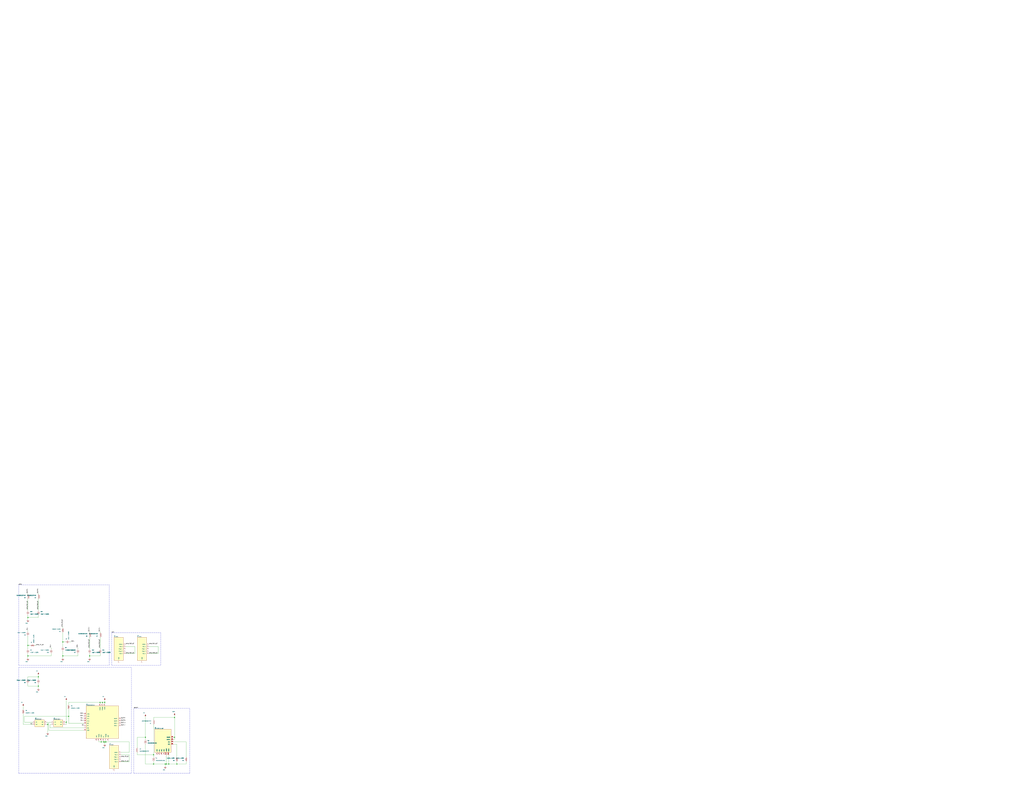
<source format=kicad_sch>
(kicad_sch (version 20211123) (generator eeschema)
  (paper "E")
  (lib_symbols
    (symbol "project_symbols:GND" (power) (pin_names (offset 1.016))
      (property "Value" "GND" (at -2.54 -3.81 0))
      (symbol "GND_1_0"
        (polyline (pts (xy -1.27 -1.27) (xy 1.27 -1.27)) (stroke (width 0.254)))
        (polyline (pts (xy -0.762 -1.778) (xy 0.762 -1.778)) (stroke (width 0.254)))
        (polyline (pts (xy -0.254 -2.286) (xy 0.254 -2.286)) (stroke (width 0.254)))
        (polyline (pts (xy 0 0) (xy 0 -1.27)) (stroke (width 0.127)))
        (pin power_in line (at 0 0 270) (length 0) (name "GND") (number "~"))
      )
    )
    (symbol "project_symbols:VBUS" (power) (pin_names (offset 1.016))
      (property "Value" "VBUS" (at -2.54 3.81 0))
      (symbol "VBUS_1_0"
        (polyline (pts (xy 0 0) (xy 0 0.635)) (stroke (width 0.127)))
        (polyline (pts (xy 0 1.905) (xy -0.635 0.635) (xy 0.635 0.635) (xy 0 1.905)) (fill (type outline)))
        (pin power_in line (at 0 0 90) (length 0) (name "VBUS") (number "~"))
      )
    )
    (symbol "project_symbols:VIN" (power) (pin_names (offset 1.016))
      (property "Value" "VIN" (at -2.54 3.81 0))
      (symbol "VIN_1_0"
        (polyline (pts (xy 0 0) (xy 0 0.635)) (stroke (width 0.127)))
        (polyline (pts (xy 0 1.905) (xy -0.635 0.635) (xy 0.635 0.635) (xy 0 1.905)) (fill (type outline)))
        (pin power_in line (at 0 0 90) (length 0) (name "VIN") (number "~"))
      )
    )
    (symbol "project_symbols:component" (pin_names (offset 1.016))
      (property "Reference" "U" (at -17.78 19.1516 0))
      (property "Value" "component" (at -17.78 18.0848 0))
      (symbol "component_1_0"
        (rectangle (start -17.78 -17.78) (end 17.78 17.78) (fill (type background)))
        (pin unspecified line (at -20.32 -3.81 0) (length 2.54) (name "G1") (number "1"))
        (pin unspecified line (at -6.35 -20.32 90) (length 2.54) (name "NC1") (number "10"))
        (pin unspecified line (at 20.32 3.81 180) (length 2.54) (name "OUTR-") (number "11"))
        (pin unspecified line (at -3.81 -20.32 90) (length 2.54) (name "PGND1") (number "12"))
        (pin unspecified line (at -2.54 20.32 270) (length 2.54) (name "PVDD1") (number "13"))
        (pin unspecified line (at 20.32 1.27 180) (length 2.54) (name "OUTR+") (number "14"))
        (pin unspecified line (at -20.32 -1.27 0) (length 2.54) (name "G0") (number "15"))
        (pin unspecified line (at -20.32 8.89 0) (length 2.54) (name "INR+") (number "16"))
        (pin unspecified line (at -20.32 6.35 0) (length 2.54) (name "INR-") (number "17"))
        (pin unspecified line (at -1.27 -20.32 90) (length 2.54) (name "AGND") (number "18"))
        (pin unspecified line (at -20.32 3.81 0) (length 2.54) (name "INL-") (number "19"))
        (pin unspecified line (at 20.32 -1.27 180) (length 2.54) (name "OUTL+") (number "2"))
        (pin unspecified line (at -20.32 1.27 0) (length 2.54) (name "INL+") (number "20"))
        (pin unspecified line (at 1.27 -20.32 90) (length 2.54) (name "EP") (number "21"))
        (pin unspecified line (at 0 20.32 270) (length 2.54) (name "PVDD0") (number "3"))
        (pin unspecified line (at 3.81 -20.32 90) (length 2.54) (name "PGND0") (number "4"))
        (pin unspecified line (at 20.32 -3.81 180) (length 2.54) (name "OUTL-") (number "5"))
        (pin unspecified line (at 6.35 -20.32 90) (length 2.54) (name "NC0") (number "6"))
        (pin unspecified line (at -20.32 -6.35 0) (length 2.54) (name "SDL") (number "7"))
        (pin unspecified line (at -20.32 -8.89 0) (length 2.54) (name "SDR") (number "8"))
        (pin unspecified line (at 2.54 20.32 270) (length 2.54) (name "AVDD") (number "9"))
      )
    )
    (symbol "project_symbols:component_1" (pin_names (offset 1.016))
      (property "Reference" "J" (at -5.08 14.0716 0))
      (property "Value" "component_1" (at -5.08 13.0048 0))
      (symbol "component_1_1_0"
        (rectangle (start -5.08 -12.7) (end 5.08 12.7) (fill (type background)))
        (pin unspecified line (at 7.62 5.08 180) (length 2.54) (name "sleeve") (number "1"))
        (pin unspecified line (at 7.62 2.54 180) (length 2.54) (name "tip-a") (number "2"))
        (pin unspecified line (at 7.62 0 180) (length 2.54) (name "ring-1") (number "3"))
        (pin unspecified line (at 7.62 -2.54 180) (length 2.54) (name "ring-2") (number "4"))
        (pin unspecified line (at 7.62 -5.08 180) (length 2.54) (name "tip-b") (number "5"))
        (pin unspecified line (at 0 -15.24 90) (length 0) (name "case") (number "6"))
        (pin unspecified line (at 0 -15.24 90) (length 2.54) (name "case") (number "7"))
      )
    )
    (symbol "project_symbols:component_2" (pin_names (offset 1.016))
      (property "Reference" "U" (at 2.54 1.27 0))
      (property "Value" "component_2" (at 2.54 -1.27 0))
      (symbol "component_2_1_0"
        (polyline (pts (xy -1.651 -0.9398) (xy -1.651 -1.4478)) (stroke (width 0.127)))
        (polyline (pts (xy -1.651 0) (xy -1.651 -0.508)) (stroke (width 0.127)))
        (polyline (pts (xy -1.651 0.9398) (xy -1.651 0.4318)) (stroke (width 0.127)))
        (polyline (pts (xy -1.651 1.905) (xy -1.651 1.397)) (stroke (width 0.127)))
        (polyline (pts (xy -1.397 -0.9398) (xy -1.397 -1.4478)) (stroke (width 0.127)))
        (polyline (pts (xy -1.397 0) (xy -1.397 -0.508)) (stroke (width 0.127)))
        (polyline (pts (xy -1.397 0.9398) (xy -1.397 0.4318)) (stroke (width 0.127)))
        (polyline (pts (xy -1.397 1.905) (xy -1.397 1.397)) (stroke (width 0.127)))
        (polyline (pts (xy 0 -2.54) (xy 0 -1.905)) (stroke (width 0.127)))
        (polyline (pts (xy 0 1.905) (xy 0 2.54)) (stroke (width 0.127)))
        (polyline (pts (xy 0 -0.635) (xy -0.2032 -0.6604) (xy -0.381 -0.762) (xy -0.508 -0.889) (xy -0.6096 -1.0668) (xy -0.635 -1.27) (xy -0.6096 -1.4732) (xy -0.508 -1.651) (xy -0.381 -1.778) (xy -0.2032 -1.8796) (xy 0 -1.905)) (stroke (width 0.254)))
        (polyline (pts (xy 0 0.635) (xy -0.2032 0.6096) (xy -0.381 0.508) (xy -0.508 0.381) (xy -0.6096 0.2032) (xy -0.635 0) (xy -0.6096 -0.2032) (xy -0.508 -0.381) (xy -0.381 -0.508) (xy -0.2032 -0.6096) (xy 0 -0.635)) (stroke (width 0.254)))
        (polyline (pts (xy 0 1.905) (xy -0.2032 1.8796) (xy -0.381 1.778) (xy -0.508 1.651) (xy -0.6096 1.4732) (xy -0.635 1.27) (xy -0.6096 1.0668) (xy -0.508 0.889) (xy -0.381 0.762) (xy -0.2032 0.6604) (xy 0 0.635)) (stroke (width 0.254)))
        (pin unspecified line (at 0 -2.54 90) (length 0) (name "1") (number "1"))
        (pin unspecified line (at 0 2.54 270) (length 0) (name "2") (number "2"))
      )
    )
    (symbol "project_symbols:component_3" (pin_names (offset 1.016))
      (property "Reference" "C" (at 2.54 1.27 0))
      (property "Value" "component_3" (at 2.54 -1.27 0))
      (symbol "component_3_1_0"
        (polyline (pts (xy -1.27 0.508) (xy 1.27 0.508)) (stroke (width 0.254)))
        (polyline (pts (xy 0 -0.508) (xy 0 -2.54)) (stroke (width 0.127)))
        (polyline (pts (xy 0 2.54) (xy 0 0.508)) (stroke (width 0.127)))
        (polyline (pts (xy 1.27 -0.9652) (xy 1.0414 -0.7874) (xy 0.8128 -0.6604) (xy 0.5334 -0.5842) (xy 0.2794 -0.5334) (xy 0 -0.508) (xy -0.2794 -0.5334) (xy -0.5334 -0.5842) (xy -0.8128 -0.6604) (xy -1.0414 -0.7874) (xy -1.27 -0.9652)) (stroke (width 0.254)))
        (text "+" (at 1.778 1.778 0) (effects (font (size 0.7112 0.7112))))
        (pin unspecified line (at 0 2.54 270) (length 0) (name "1") (number "1"))
        (pin unspecified line (at 0 -2.54 90) (length 0) (name "2") (number "2"))
      )
    )
    (symbol "project_symbols:component_4" (pin_names (offset 1.016))
      (property "Reference" "U" (at 2.54 1.27 0))
      (property "Value" "component_4" (at 2.54 -1.27 0))
      (symbol "component_4_1_0"
        (polyline (pts (xy 0 -2.54) (xy 0 -1.905)) (stroke (width 0.127)))
        (polyline (pts (xy 0 1.905) (xy 0 2.54)) (stroke (width 0.127)))
        (polyline (pts (xy 0 -0.635) (xy -0.2032 -0.6604) (xy -0.381 -0.762) (xy -0.508 -0.889) (xy -0.6096 -1.0668) (xy -0.635 -1.27) (xy -0.6096 -1.4732) (xy -0.508 -1.651) (xy -0.381 -1.778) (xy -0.2032 -1.8796) (xy 0 -1.905)) (stroke (width 0.254)))
        (polyline (pts (xy 0 0.635) (xy -0.2032 0.6096) (xy -0.381 0.508) (xy -0.508 0.381) (xy -0.6096 0.2032) (xy -0.635 0) (xy -0.6096 -0.2032) (xy -0.508 -0.381) (xy -0.381 -0.508) (xy -0.2032 -0.6096) (xy 0 -0.635)) (stroke (width 0.254)))
        (polyline (pts (xy 0 1.905) (xy -0.2032 1.8796) (xy -0.381 1.778) (xy -0.508 1.651) (xy -0.6096 1.4732) (xy -0.635 1.27) (xy -0.6096 1.0668) (xy -0.508 0.889) (xy -0.381 0.762) (xy -0.2032 0.6604) (xy 0 0.635)) (stroke (width 0.254)))
        (pin unspecified line (at 0 -2.54 90) (length 0) (name "1") (number "1"))
        (pin unspecified line (at 0 2.54 270) (length 0) (name "2") (number "2"))
      )
    )
    (symbol "project_symbols:component_5" (pin_names (offset 1.016))
      (property "Reference" "J" (at -8.89 14.0716 0))
      (property "Value" "component_5" (at -8.89 13.0048 0))
      (symbol "component_5_1_0"
        (rectangle (start -8.89 -12.7) (end 8.89 12.7) (fill (type background)))
        (pin unspecified line (at -6.35 -15.24 90) (length 2.54) (name "EP0") (number "1"))
        (pin unspecified line (at -3.81 -15.24 90) (length 2.54) (name "EP1") (number "2"))
        (pin unspecified line (at -1.27 -15.24 90) (length 2.54) (name "EP2") (number "3"))
        (pin unspecified line (at 1.27 -15.24 90) (length 2.54) (name "EP3") (number "4"))
        (pin unspecified line (at 3.81 -15.24 90) (length 2.54) (name "GND0") (number "A12"))
        (pin unspecified line (at 11.43 -1.27 180) (length 2.54) (name "CC1") (number "A5"))
        (pin unspecified line (at 11.43 3.81 180) (length 2.54) (name "VBUS0") (number "A9"))
        (pin unspecified line (at 6.35 -15.24 90) (length 2.54) (name "GND1") (number "B12"))
        (pin unspecified line (at 11.43 -3.81 180) (length 2.54) (name "CC2") (number "B5"))
        (pin unspecified line (at 11.43 1.27 180) (length 2.54) (name "VBUS1") (number "B9"))
      )
    )
    (symbol "project_symbols:component_6" (pin_names (offset 1.016))
      (property "Reference" "U" (at -5.08 5.1816 0))
      (property "Value" "component_6" (at -5.08 4.1148 0))
      (symbol "component_6_1_0"
        (rectangle (start -5.08 -3.81) (end 5.08 3.81) (fill (type background)))
        (pin unspecified line (at -7.62 1.27 0) (length 2.54) (name "A1") (number "1"))
        (pin unspecified line (at -7.62 -1.27 0) (length 2.54) (name "A2") (number "2"))
        (pin unspecified line (at 7.62 1.27 180) (length 2.54) (name "B2") (number "3"))
        (pin unspecified line (at 7.62 -1.27 180) (length 2.54) (name "B1") (number "4"))
      )
    )
    (symbol "project_symbols:my_capacitor" (pin_names (offset 1.016))
      (property "Reference" "C" (at 2.54 1.27 0))
      (property "Value" "my_capacitor" (at 2.54 -1.27 0))
      (symbol "my_capacitor_1_0"
        (polyline (pts (xy -1.27 -0.508) (xy 1.27 -0.508)) (stroke (width 0.254)))
        (polyline (pts (xy -1.27 0.508) (xy 1.27 0.508)) (stroke (width 0.254)))
        (polyline (pts (xy 0 -0.508) (xy 0 -2.54)) (stroke (width 0.127)))
        (polyline (pts (xy 0 2.54) (xy 0 0.508)) (stroke (width 0.127)))
        (pin unspecified line (at 0 2.54 270) (length 0) (name "1") (number "1"))
        (pin unspecified line (at 0 -2.54 90) (length 0) (name "2") (number "2"))
      )
    )
    (symbol "project_symbols:my_capacitor_1" (pin_names (offset 1.016))
      (property "Reference" "C" (at 2.54 1.27 0))
      (property "Value" "my_capacitor_1" (at 2.54 -1.27 0))
      (symbol "my_capacitor_1_1_0"
        (polyline (pts (xy -1.27 -0.508) (xy 1.27 -0.508)) (stroke (width 0.254)))
        (polyline (pts (xy -1.27 0.508) (xy 1.27 0.508)) (stroke (width 0.254)))
        (polyline (pts (xy 0 -0.508) (xy 0 -2.54)) (stroke (width 0.127)))
        (polyline (pts (xy 0 2.54) (xy 0 0.508)) (stroke (width 0.127)))
        (pin unspecified line (at 0 2.54 270) (length 0) (name "1") (number "1"))
        (pin unspecified line (at 0 -2.54 90) (length 0) (name "2") (number "2"))
      )
    )
    (symbol "project_symbols:my_capacitor_10" (pin_names (offset 1.016))
      (property "Reference" "C" (at 2.54 1.27 0))
      (property "Value" "my_capacitor_10" (at 2.54 -1.27 0))
      (symbol "my_capacitor_10_1_0"
        (polyline (pts (xy -1.27 -0.508) (xy 1.27 -0.508)) (stroke (width 0.254)))
        (polyline (pts (xy -1.27 0.508) (xy 1.27 0.508)) (stroke (width 0.254)))
        (polyline (pts (xy 0 -0.508) (xy 0 -2.54)) (stroke (width 0.127)))
        (polyline (pts (xy 0 2.54) (xy 0 0.508)) (stroke (width 0.127)))
        (pin unspecified line (at 0 2.54 270) (length 0) (name "1") (number "1"))
        (pin unspecified line (at 0 -2.54 90) (length 0) (name "2") (number "2"))
      )
    )
    (symbol "project_symbols:my_capacitor_11" (pin_names (offset 1.016))
      (property "Reference" "C" (at 2.54 1.27 0))
      (property "Value" "my_capacitor_11" (at 2.54 -1.27 0))
      (symbol "my_capacitor_11_1_0"
        (polyline (pts (xy -1.27 -0.508) (xy 1.27 -0.508)) (stroke (width 0.254)))
        (polyline (pts (xy -1.27 0.508) (xy 1.27 0.508)) (stroke (width 0.254)))
        (polyline (pts (xy 0 -0.508) (xy 0 -2.54)) (stroke (width 0.127)))
        (polyline (pts (xy 0 2.54) (xy 0 0.508)) (stroke (width 0.127)))
        (pin unspecified line (at 0 2.54 270) (length 0) (name "1") (number "1"))
        (pin unspecified line (at 0 -2.54 90) (length 0) (name "2") (number "2"))
      )
    )
    (symbol "project_symbols:my_capacitor_2" (pin_names (offset 1.016))
      (property "Reference" "C" (at 2.54 1.27 0))
      (property "Value" "my_capacitor_2" (at 2.54 -1.27 0))
      (symbol "my_capacitor_2_1_0"
        (polyline (pts (xy -1.27 -0.508) (xy 1.27 -0.508)) (stroke (width 0.254)))
        (polyline (pts (xy -1.27 0.508) (xy 1.27 0.508)) (stroke (width 0.254)))
        (polyline (pts (xy 0 -0.508) (xy 0 -2.54)) (stroke (width 0.127)))
        (polyline (pts (xy 0 2.54) (xy 0 0.508)) (stroke (width 0.127)))
        (pin unspecified line (at 0 2.54 270) (length 0) (name "1") (number "1"))
        (pin unspecified line (at 0 -2.54 90) (length 0) (name "2") (number "2"))
      )
    )
    (symbol "project_symbols:my_capacitor_3" (pin_names (offset 1.016))
      (property "Reference" "C" (at 2.54 1.27 0))
      (property "Value" "my_capacitor_3" (at 2.54 -1.27 0))
      (symbol "my_capacitor_3_1_0"
        (polyline (pts (xy -1.27 -0.508) (xy 1.27 -0.508)) (stroke (width 0.254)))
        (polyline (pts (xy -1.27 0.508) (xy 1.27 0.508)) (stroke (width 0.254)))
        (polyline (pts (xy 0 -0.508) (xy 0 -2.54)) (stroke (width 0.127)))
        (polyline (pts (xy 0 2.54) (xy 0 0.508)) (stroke (width 0.127)))
        (pin unspecified line (at 0 2.54 270) (length 0) (name "1") (number "1"))
        (pin unspecified line (at 0 -2.54 90) (length 0) (name "2") (number "2"))
      )
    )
    (symbol "project_symbols:my_capacitor_4" (pin_names (offset 1.016))
      (property "Reference" "C" (at 2.54 1.27 0))
      (property "Value" "my_capacitor_4" (at 2.54 -1.27 0))
      (symbol "my_capacitor_4_1_0"
        (polyline (pts (xy -1.27 -0.508) (xy 1.27 -0.508)) (stroke (width 0.254)))
        (polyline (pts (xy -1.27 0.508) (xy 1.27 0.508)) (stroke (width 0.254)))
        (polyline (pts (xy 0 -0.508) (xy 0 -2.54)) (stroke (width 0.127)))
        (polyline (pts (xy 0 2.54) (xy 0 0.508)) (stroke (width 0.127)))
        (pin unspecified line (at 0 2.54 270) (length 0) (name "1") (number "1"))
        (pin unspecified line (at 0 -2.54 90) (length 0) (name "2") (number "2"))
      )
    )
    (symbol "project_symbols:my_capacitor_5" (pin_names (offset 1.016))
      (property "Reference" "C" (at 2.54 1.27 0))
      (property "Value" "my_capacitor_5" (at 2.54 -1.27 0))
      (symbol "my_capacitor_5_1_0"
        (polyline (pts (xy -1.27 -0.508) (xy 1.27 -0.508)) (stroke (width 0.254)))
        (polyline (pts (xy -1.27 0.508) (xy 1.27 0.508)) (stroke (width 0.254)))
        (polyline (pts (xy 0 -0.508) (xy 0 -2.54)) (stroke (width 0.127)))
        (polyline (pts (xy 0 2.54) (xy 0 0.508)) (stroke (width 0.127)))
        (pin unspecified line (at 0 2.54 270) (length 0) (name "1") (number "1"))
        (pin unspecified line (at 0 -2.54 90) (length 0) (name "2") (number "2"))
      )
    )
    (symbol "project_symbols:my_capacitor_6" (pin_names (offset 1.016))
      (property "Reference" "C" (at 2.54 1.27 0))
      (property "Value" "my_capacitor_6" (at 2.54 -1.27 0))
      (symbol "my_capacitor_6_1_0"
        (polyline (pts (xy -1.27 -0.508) (xy 1.27 -0.508)) (stroke (width 0.254)))
        (polyline (pts (xy -1.27 0.508) (xy 1.27 0.508)) (stroke (width 0.254)))
        (polyline (pts (xy 0 -0.508) (xy 0 -2.54)) (stroke (width 0.127)))
        (polyline (pts (xy 0 2.54) (xy 0 0.508)) (stroke (width 0.127)))
        (pin unspecified line (at 0 2.54 270) (length 0) (name "1") (number "1"))
        (pin unspecified line (at 0 -2.54 90) (length 0) (name "2") (number "2"))
      )
    )
    (symbol "project_symbols:my_capacitor_7" (pin_names (offset 1.016))
      (property "Reference" "C" (at 2.54 1.27 0))
      (property "Value" "my_capacitor_7" (at 2.54 -1.27 0))
      (symbol "my_capacitor_7_1_0"
        (polyline (pts (xy -1.27 -0.508) (xy 1.27 -0.508)) (stroke (width 0.254)))
        (polyline (pts (xy -1.27 0.508) (xy 1.27 0.508)) (stroke (width 0.254)))
        (polyline (pts (xy 0 -0.508) (xy 0 -2.54)) (stroke (width 0.127)))
        (polyline (pts (xy 0 2.54) (xy 0 0.508)) (stroke (width 0.127)))
        (pin unspecified line (at 0 2.54 270) (length 0) (name "1") (number "1"))
        (pin unspecified line (at 0 -2.54 90) (length 0) (name "2") (number "2"))
      )
    )
    (symbol "project_symbols:my_capacitor_8" (pin_names (offset 1.016))
      (property "Reference" "C" (at 2.54 1.27 0))
      (property "Value" "my_capacitor_8" (at 2.54 -1.27 0))
      (symbol "my_capacitor_8_1_0"
        (polyline (pts (xy -1.27 -0.508) (xy 1.27 -0.508)) (stroke (width 0.254)))
        (polyline (pts (xy -1.27 0.508) (xy 1.27 0.508)) (stroke (width 0.254)))
        (polyline (pts (xy 0 -0.508) (xy 0 -2.54)) (stroke (width 0.127)))
        (polyline (pts (xy 0 2.54) (xy 0 0.508)) (stroke (width 0.127)))
        (pin unspecified line (at 0 2.54 270) (length 0) (name "1") (number "1"))
        (pin unspecified line (at 0 -2.54 90) (length 0) (name "2") (number "2"))
      )
    )
    (symbol "project_symbols:my_capacitor_9" (pin_names (offset 1.016))
      (property "Reference" "C" (at 2.54 1.27 0))
      (property "Value" "my_capacitor_9" (at 2.54 -1.27 0))
      (symbol "my_capacitor_9_1_0"
        (polyline (pts (xy -1.27 -0.508) (xy 1.27 -0.508)) (stroke (width 0.254)))
        (polyline (pts (xy -1.27 0.508) (xy 1.27 0.508)) (stroke (width 0.254)))
        (polyline (pts (xy 0 -0.508) (xy 0 -2.54)) (stroke (width 0.127)))
        (polyline (pts (xy 0 2.54) (xy 0 0.508)) (stroke (width 0.127)))
        (pin unspecified line (at 0 2.54 270) (length 0) (name "1") (number "1"))
        (pin unspecified line (at 0 -2.54 90) (length 0) (name "2") (number "2"))
      )
    )
    (symbol "project_symbols:my_resistor" (pin_names (offset 1.016))
      (property "Reference" "R" (at 2.54 1.27 0))
      (property "Value" "my_resistor" (at 2.54 -1.27 0))
      (symbol "my_resistor_1_0"
        (polyline (pts (xy 0 -2.54) (xy 0 -1.5748)) (stroke (width 0.127)))
        (polyline (pts (xy 0 1.5748) (xy 0 2.54)) (stroke (width 0.127)))
        (polyline (pts (xy 0 -1.5748) (xy -0.762 -1.27) (xy 0.762 -0.635) (xy -0.762 0) (xy 0.762 0.635) (xy -0.762 1.27) (xy 0 1.5748)) (stroke (width 0.254)))
        (pin unspecified line (at 0 -2.54 90) (length 0) (name "1") (number "1"))
        (pin unspecified line (at 0 2.54 270) (length 0) (name "2") (number "2"))
      )
    )
    (symbol "project_symbols:my_resistor_1" (pin_names (offset 1.016))
      (property "Reference" "R" (at 2.54 1.27 0))
      (property "Value" "my_resistor_1" (at 2.54 -1.27 0))
      (symbol "my_resistor_1_1_0"
        (polyline (pts (xy 0 -2.54) (xy 0 -1.5748)) (stroke (width 0.127)))
        (polyline (pts (xy 0 1.5748) (xy 0 2.54)) (stroke (width 0.127)))
        (polyline (pts (xy 0 -1.5748) (xy -0.762 -1.27) (xy 0.762 -0.635) (xy -0.762 0) (xy 0.762 0.635) (xy -0.762 1.27) (xy 0 1.5748)) (stroke (width 0.254)))
        (pin unspecified line (at 0 -2.54 90) (length 0) (name "1") (number "1"))
        (pin unspecified line (at 0 2.54 270) (length 0) (name "2") (number "2"))
      )
    )
    (symbol "project_symbols:my_resistor_2" (pin_names (offset 1.016))
      (property "Reference" "R" (at 2.54 1.27 0))
      (property "Value" "my_resistor_2" (at 2.54 -1.27 0))
      (symbol "my_resistor_2_1_0"
        (polyline (pts (xy 0 -2.54) (xy 0 -1.5748)) (stroke (width 0.127)))
        (polyline (pts (xy 0 1.5748) (xy 0 2.54)) (stroke (width 0.127)))
        (polyline (pts (xy 0 -1.5748) (xy -0.762 -1.27) (xy 0.762 -0.635) (xy -0.762 0) (xy 0.762 0.635) (xy -0.762 1.27) (xy 0 1.5748)) (stroke (width 0.254)))
        (pin unspecified line (at 0 -2.54 90) (length 0) (name "1") (number "1"))
        (pin unspecified line (at 0 2.54 270) (length 0) (name "2") (number "2"))
      )
    )
    (symbol "project_symbols:my_resistor_3" (pin_names (offset 1.016))
      (property "Reference" "R" (at 2.54 1.27 0))
      (property "Value" "my_resistor_3" (at 2.54 -1.27 0))
      (symbol "my_resistor_3_1_0"
        (polyline (pts (xy 0 -2.54) (xy 0 -1.5748)) (stroke (width 0.127)))
        (polyline (pts (xy 0 1.5748) (xy 0 2.54)) (stroke (width 0.127)))
        (polyline (pts (xy 0 -1.5748) (xy -0.762 -1.27) (xy 0.762 -0.635) (xy -0.762 0) (xy 0.762 0.635) (xy -0.762 1.27) (xy 0 1.5748)) (stroke (width 0.254)))
        (pin unspecified line (at 0 -2.54 90) (length 0) (name "1") (number "1"))
        (pin unspecified line (at 0 2.54 270) (length 0) (name "2") (number "2"))
      )
    )
    (symbol "project_symbols:my_resistor_4" (pin_names (offset 1.016))
      (property "Reference" "R" (at 2.54 1.27 0))
      (property "Value" "my_resistor_4" (at 2.54 -1.27 0))
      (symbol "my_resistor_4_1_0"
        (polyline (pts (xy 0 -2.54) (xy 0 -1.5748)) (stroke (width 0.127)))
        (polyline (pts (xy 0 1.5748) (xy 0 2.54)) (stroke (width 0.127)))
        (polyline (pts (xy 0 -1.5748) (xy -0.762 -1.27) (xy 0.762 -0.635) (xy -0.762 0) (xy 0.762 0.635) (xy -0.762 1.27) (xy 0 1.5748)) (stroke (width 0.254)))
        (pin unspecified line (at 0 -2.54 90) (length 0) (name "1") (number "1"))
        (pin unspecified line (at 0 2.54 270) (length 0) (name "2") (number "2"))
      )
    )
  )
  (junction (at 167.64 834.39))
  (junction (at 109.22 767.08))
  (junction (at 111.76 767.08))
  (junction (at 180.34 834.39))
  (junction (at 167.64 824.23))
  (junction (at 114.3 767.08))
  (junction (at 72.39 788.67))
  (junction (at 52.07 791.21))
  (junction (at 110.49 810.26))
  (junction (at 158.75 805.18))
  (junction (at 114.3 810.26))
  (junction (at 190.5 805.18))
  (junction (at 190.5 783.59))
  (junction (at 97.79 716.28))
  (junction (at 41.91 739.14))
  (junction (at 181.61 834.39))
  (junction (at 115.57 810.26))
  (junction (at 41.91 749.3))
  (junction (at 30.48 704.85))
  (junction (at 68.58 716.28))
  (junction (at 30.48 674.37))
  (junction (at 193.04 834.39))
  (junction (at 113.03 810.26))
  (junction (at 74.93 782.32))
  (junction (at 184.15 834.39))
  (junction (at 30.48 716.28))
  (junction (at 68.58 701.04))
  (wire (pts (xy 25.4 770.89) (xy 25.4 774.7)))
  (wire (pts (xy 72.39 791.21) (xy 72.39 788.67)))
  (wire (pts (xy 30.48 713.74) (xy 30.48 716.28)))
  (wire (pts (xy 115.57 810.26) (xy 140.97 810.26)))
  (wire (pts (xy 30.48 716.28) (xy 55.88 716.28)))
  (wire (pts (xy 68.58 716.28) (xy 68.58 718.82)))
  (polyline (pts (xy 119.38 726.44) (xy 119.38 638.81)))
  (wire (pts (xy 30.48 739.14) (xy 41.91 739.14)))
  (polyline (pts (xy 20.32 726.44) (xy 119.38 726.44)))
  (wire (pts (xy 55.88 708.66) (xy 55.88 707.39)))
  (wire (pts (xy 149.86 821.69) (xy 149.86 824.23)))
  (wire (pts (xy 52.07 791.21) (xy 52.07 800.1)))
  (wire (pts (xy 184.15 834.39) (xy 193.04 834.39)))
  (wire (pts (xy 53.34 788.67) (xy 55.88 788.67)))
  (wire (pts (xy 26.67 782.32) (xy 74.93 782.32)))
  (wire (pts (xy 132.08 821.69) (xy 140.97 821.69)))
  (wire (pts (xy 109.22 690.88) (xy 109.22 689.61)))
  (wire (pts (xy 115.57 810.26) (xy 115.57 808.99)))
  (wire (pts (xy 74.93 774.7) (xy 74.93 782.32)))
  (wire (pts (xy 30.48 749.3) (xy 41.91 749.3)))
  (wire (pts (xy 162.56 706.12) (xy 172.72 706.12)))
  (polyline (pts (xy 146.05 773.43) (xy 207.01 773.43)))
  (polyline (pts (xy 20.32 844.55) (xy 143.51 844.55)))
  (wire (pts (xy 68.58 690.88) (xy 68.58 701.04)))
  (wire (pts (xy 26.67 788.67) (xy 26.67 782.32)))
  (wire (pts (xy 167.64 783.59) (xy 167.64 786.13)))
  (wire (pts (xy 74.93 767.08) (xy 74.93 769.62)))
  (polyline (pts (xy 20.32 638.81) (xy 119.38 638.81)))
  (polyline (pts (xy 20.32 728.98) (xy 143.51 728.98)))
  (wire (pts (xy 193.04 831.85) (xy 193.04 834.39)))
  (wire (pts (xy 180.34 834.39) (xy 181.61 834.39)))
  (wire (pts (xy 158.75 805.18) (xy 158.75 807.72)))
  (wire (pts (xy 109.22 767.08) (xy 111.76 767.08)))
  (wire (pts (xy 30.48 739.14) (xy 30.48 741.68)))
  (wire (pts (xy 41.91 654.05) (xy 41.91 666.75)))
  (wire (pts (xy 114.3 810.26) (xy 114.3 812.8)))
  (wire (pts (xy 68.58 685.8) (xy 68.58 684.53)))
  (wire (pts (xy 30.48 671.83) (xy 30.48 674.37)))
  (wire (pts (xy 26.67 788.67) (xy 35.56 788.67)))
  (wire (pts (xy 107.95 810.26) (xy 107.95 808.99)))
  (wire (pts (xy 41.91 746.76) (xy 41.91 749.3)))
  (wire (pts (xy 181.61 834.39) (xy 181.61 824.23)))
  (wire (pts (xy 132.08 831.85) (xy 140.97 831.85)))
  (polyline (pts (xy 20.32 844.55) (xy 20.32 728.98)))
  (wire (pts (xy 97.79 695.96) (xy 97.79 708.66)))
  (wire (pts (xy 41.91 736.6) (xy 41.91 739.14)))
  (wire (pts (xy 30.48 689.61) (xy 30.48 688.34)))
  (wire (pts (xy 41.91 671.83) (xy 41.91 674.37)))
  (wire (pts (xy 189.23 810.26) (xy 203.2 810.26)))
  (wire (pts (xy 190.5 781.05) (xy 190.5 783.59)))
  (wire (pts (xy 111.76 768.35) (xy 111.76 767.08)))
  (wire (pts (xy 55.88 713.74) (xy 55.88 716.28)))
  (wire (pts (xy 193.04 812.8) (xy 193.04 826.77)))
  (wire (pts (xy 68.58 711.2) (xy 68.58 716.28)))
  (wire (pts (xy 74.93 789.94) (xy 74.93 782.32)))
  (wire (pts (xy 74.93 767.08) (xy 109.22 767.08)))
  (wire (pts (xy 97.79 713.74) (xy 97.79 716.28)))
  (wire (pts (xy 50.8 788.67) (xy 52.07 788.67)))
  (wire (pts (xy 172.72 713.74) (xy 172.72 706.12)))
  (wire (pts (xy 109.22 713.74) (xy 109.22 716.28)))
  (wire (pts (xy 193.04 834.39) (xy 203.2 834.39)))
  (wire (pts (xy 167.64 834.39) (xy 180.34 834.39)))
  (wire (pts (xy 167.64 791.21) (xy 167.64 824.23)))
  (wire (pts (xy 53.34 797.56) (xy 91.44 797.56)))
  (wire (pts (xy 140.97 821.69) (xy 140.97 810.26)))
  (wire (pts (xy 203.2 810.26) (xy 203.2 826.77)))
  (wire (pts (xy 72.39 764.54) (xy 72.39 788.67)))
  (wire (pts (xy 137.16 706.12) (xy 147.32 706.12)))
  (wire (pts (xy 167.64 824.23) (xy 167.64 826.77)))
  (wire (pts (xy 184.15 834.39) (xy 184.15 824.23)))
  (wire (pts (xy 167.64 783.59) (xy 190.5 783.59)))
  (wire (pts (xy 68.58 701.04) (xy 71.12 701.04)))
  (wire (pts (xy 113.03 810.26) (xy 113.03 808.99)))
  (wire (pts (xy 25.4 779.78) (xy 25.4 791.21)))
  (wire (pts (xy 41.91 749.3) (xy 41.91 751.84)))
  (wire (pts (xy 114.3 810.26) (xy 115.57 810.26)))
  (wire (pts (xy 167.64 831.85) (xy 167.64 834.39)))
  (wire (pts (xy 30.48 704.85) (xy 30.48 708.66)))
  (wire (pts (xy 162.56 713.74) (xy 172.72 713.74)))
  (wire (pts (xy 71.12 788.67) (xy 72.39 788.67)))
  (wire (pts (xy 30.48 654.05) (xy 30.48 666.75)))
  (wire (pts (xy 147.32 713.74) (xy 147.32 706.12)))
  (wire (pts (xy 111.76 767.08) (xy 114.3 767.08)))
  (wire (pts (xy 30.48 674.37) (xy 30.48 676.91)))
  (wire (pts (xy 113.03 810.26) (xy 114.3 810.26)))
  (wire (pts (xy 203.2 831.85) (xy 203.2 834.39)))
  (wire (pts (xy 110.49 810.26) (xy 110.49 808.99)))
  (wire (pts (xy 85.09 708.66) (xy 85.09 707.39)))
  (wire (pts (xy 68.58 716.28) (xy 85.09 716.28)))
  (wire (pts (xy 30.48 704.85) (xy 33.02 704.85)))
  (wire (pts (xy 54.61 795.02) (xy 54.61 791.21)))
  (wire (pts (xy 149.86 824.23) (xy 167.64 824.23)))
  (wire (pts (xy 149.86 805.18) (xy 158.75 805.18)))
  (wire (pts (xy 30.48 716.28) (xy 30.48 718.82)))
  (wire (pts (xy 30.48 648.97) (xy 30.48 647.7)))
  (wire (pts (xy 52.07 791.21) (xy 52.07 788.67)))
  (polyline (pts (xy 20.32 726.44) (xy 20.32 638.81)))
  (wire (pts (xy 97.79 716.28) (xy 97.79 718.82)))
  (wire (pts (xy 114.3 768.35) (xy 114.3 767.08)))
  (wire (pts (xy 158.75 782.32) (xy 158.75 805.18)))
  (wire (pts (xy 85.09 713.74) (xy 85.09 716.28)))
  (wire (pts (xy 41.91 739.14) (xy 41.91 741.68)))
  (wire (pts (xy 140.97 831.85) (xy 140.97 824.23)))
  (polyline (pts (xy 175.26 726.44) (xy 175.26 690.88)))
  (polyline (pts (xy 121.92 726.44) (xy 121.92 690.88)))
  (wire (pts (xy 181.61 834.39) (xy 184.15 834.39)))
  (wire (pts (xy 158.75 834.39) (xy 167.64 834.39)))
  (wire (pts (xy 107.95 810.26) (xy 110.49 810.26)))
  (wire (pts (xy 189.23 812.8) (xy 193.04 812.8)))
  (wire (pts (xy 97.79 690.88) (xy 97.79 689.61)))
  (wire (pts (xy 38.1 704.85) (xy 39.37 704.85)))
  (polyline (pts (xy 121.92 690.88) (xy 175.26 690.88)))
  (wire (pts (xy 68.58 701.04) (xy 68.58 706.12)))
  (wire (pts (xy 114.3 764.54) (xy 114.3 767.08)))
  (wire (pts (xy 132.08 824.23) (xy 140.97 824.23)))
  (wire (pts (xy 54.61 791.21) (xy 55.88 791.21)))
  (wire (pts (xy 109.22 768.35) (xy 109.22 767.08)))
  (polyline (pts (xy 146.05 844.55) (xy 146.05 773.43)))
  (polyline (pts (xy 146.05 844.55) (xy 207.01 844.55)))
  (wire (pts (xy 190.5 805.18) (xy 190.5 783.59)))
  (wire (pts (xy 30.48 694.69) (xy 30.48 704.85)))
  (wire (pts (xy 109.22 695.96) (xy 109.22 708.66)))
  (polyline (pts (xy 207.01 844.55) (xy 207.01 773.43)))
  (wire (pts (xy 137.16 713.74) (xy 147.32 713.74)))
  (wire (pts (xy 190.5 807.72) (xy 190.5 805.18)))
  (wire (pts (xy 53.34 797.56) (xy 53.34 788.67)))
  (wire (pts (xy 76.2 701.04) (xy 77.47 701.04)))
  (wire (pts (xy 189.23 807.72) (xy 190.5 807.72)))
  (wire (pts (xy 158.75 812.8) (xy 158.75 834.39)))
  (wire (pts (xy 180.34 834.39) (xy 180.34 836.93)))
  (wire (pts (xy 50.8 791.21) (xy 52.07 791.21)))
  (wire (pts (xy 71.12 791.21) (xy 72.39 791.21)))
  (wire (pts (xy 25.4 791.21) (xy 35.56 791.21)))
  (wire (pts (xy 189.23 805.18) (xy 190.5 805.18)))
  (wire (pts (xy 54.61 795.02) (xy 91.44 795.02)))
  (wire (pts (xy 41.91 648.97) (xy 41.91 647.7)))
  (polyline (pts (xy 121.92 726.44) (xy 175.26 726.44)))
  (wire (pts (xy 30.48 674.37) (xy 41.91 674.37)))
  (wire (pts (xy 74.93 789.94) (xy 91.44 789.94)))
  (wire (pts (xy 110.49 810.26) (xy 113.03 810.26)))
  (wire (pts (xy 30.48 746.76) (xy 30.48 749.3)))
  (wire (pts (xy 97.79 716.28) (xy 109.22 716.28)))
  (polyline (pts (xy 143.51 844.55) (xy 143.51 728.98)))
  (wire (pts (xy 149.86 805.18) (xy 149.86 816.61)))
  (label "INL-" (at 91.44 784.86 180) (effects (font (size 1.016 1.016))))
  (label "INL+" (at 91.44 787.4 180) (effects (font (size 1.016 1.016))))
  (label "G1" (at 91.44 792.48 180) (effects (font (size 1.016 1.016))))
  (label "amp" (at 20.32 638.81 0) (effects (font (size 1.016 1.016))))
  (label "OUTR+" (at 41.91 647.7 90) (effects (font (size 1.016 1.016))))
  (label "amp_fb2_p2" (at 137.16 713.74 0) (effects (font (size 1.016 1.016))))
  (label "INL+" (at 55.88 707.39 90) (effects (font (size 1.016 1.016))))
  (label "OUTL-" (at 109.22 689.61 90) (effects (font (size 1.016 1.016))))
  (label "OUTR-" (at 132.08 784.86 0) (effects (font (size 1.016 1.016))))
  (label "INR-" (at 91.44 782.32 180) (effects (font (size 1.016 1.016))))
  (label "amp_fb2_p2" (at 97.79 707.39 90) (effects (font (size 1.016 1.016))))
  (label "G1" (at 35.56 791.21 180) (effects (font (size 1.016 1.016))))
  (label "amp_fb3_p2" (at 137.16 703.58 0) (effects (font (size 1.016 1.016))))
  (label "power" (at 146.05 773.43 0) (effects (font (size 1.016 1.016))))
  (label "OUTL-" (at 132.08 792.48 0) (effects (font (size 1.016 1.016))))
  (label "amp_fb0_p2" (at 162.56 713.74 0) (effects (font (size 1.016 1.016))))
  (label "amp_r0_p1" (at 68.58 684.53 90) (effects (font (size 1.016 1.016))))
  (label "amp_fb3_p2" (at 109.22 707.39 90) (effects (font (size 1.016 1.016))))
  (label "amp_fb1_p2" (at 30.48 665.48 90) (effects (font (size 1.016 1.016))))
  (label "INR-" (at 77.47 701.04 0) (effects (font (size 1.016 1.016))))
  (label "INR+" (at 91.44 779.78 180) (effects (font (size 1.016 1.016))))
  (label "OUTR-" (at 30.48 647.7 90) (effects (font (size 1.016 1.016))))
  (label "OUTR+" (at 132.08 787.4 0) (effects (font (size 1.016 1.016))))
  (label "amp_r1_p1" (at 132.08 831.85 0) (effects (font (size 1.016 1.016))))
  (label "OUTL+" (at 132.08 789.94 0) (effects (font (size 1.016 1.016))))
  (label "out" (at 121.92 690.88 0) (effects (font (size 1.016 1.016))))
  (label "amp_fb0_p2" (at 41.91 665.48 90) (effects (font (size 1.016 1.016))))
  (label "amp_r1_p1" (at 39.37 704.85 0) (effects (font (size 1.016 1.016))))
  (label "OUTL+" (at 97.79 689.61 90) (effects (font (size 1.016 1.016))))
  (label "INL-" (at 30.48 688.34 90) (effects (font (size 1.016 1.016))))
  (label "amp_r0_p1" (at 132.08 826.77 0) (effects (font (size 1.016 1.016))))
  (label "amp_fb1_p2" (at 162.56 703.58 0) (effects (font (size 1.016 1.016))))
  (label "INR+" (at 85.09 707.39 90) (effects (font (size 1.016 1.016))))
  (symbol (lib_id "project_symbols:my_capacitor_3") (at 97.79 711.2 0) (unit 1)
    (property "Reference" "C13" (at 100.33 709.93 0) (effects (font (size 0.7112 0.7112)) (justify left)))
    (property "Value" "1.0μF ± 10.00%" (at 100.33 712.47 0) (effects (font (size 0.7112 0.7112)) (justify left)))
    (property "Footprint" "trs-speaker:ipc_two_pin_landpattern" (effects hide))
    (property "Capacitance" "1.0μF ± 10.00%" (effects hide))
    (property "Tolerance" "10.0%" (effects hide))
    (property "Maximum Voltage" "16.0V" (effects hide))
    (property "MPN" "0603BB105K160YT" (effects hide))
    (property "Manufacturer" "Knowles Novacap" (effects hide))
  )
  (symbol (lib_id "project_symbols:my_capacitor_6") (at 73.66 701.04 90) (unit 1)
    (property "Reference" "C5" (at 72.39 698.5 0) (effects (font (size 0.7112 0.7112)) (justify left)))
    (property "Value" "1.0μF ± 10.00%" (at 74.93 698.5 0) (effects (font (size 0.7112 0.7112)) (justify left)))
    (property "Footprint" "trs-speaker:ipc_two_pin_landpattern" (effects hide))
    (property "Capacitance" "1.0μF ± 10.00%" (effects hide))
    (property "Tolerance" "10.0%" (effects hide))
    (property "Maximum Voltage" "16.0V" (effects hide))
    (property "MPN" "0603BB105K160YT" (effects hide))
    (property "Manufacturer" "Knowles Novacap" (effects hide))
  )
  (symbol (lib_id "project_symbols:component_2") (at 109.22 693.42 180) (unit 1)
    (property "Reference" "U7" (at 106.68 694.69 0) (effects (font (size 0.7112 0.7112)) (justify left)))
    (property "Value" "BLM18KG121TN1D" (at 106.68 692.15 0) (effects (font (size 0.7112 0.7112)) (justify left)))
    (property "Footprint" "trs-speaker:C85831_13" (effects hide))
    (property "MPN" "BLM18KG121TN1D" (effects hide))
    (property "Manufacturer" "Murata Electronics" (effects hide))
  )
  (symbol (lib_id "project_symbols:my_resistor_1") (at 35.56 704.85 90) (unit 1)
    (property "Reference" "R4" (at 34.29 702.31 0) (effects (font (size 0.7112 0.7112)) (justify left)))
    (property "Value" "100.0Ω ± 0.10%" (at 36.83 702.31 0) (effects (font (size 0.7112 0.7112)) (justify left)))
    (property "Footprint" "trs-speaker:ipc_two_pin_landpattern_5" (effects hide))
    (property "Resistance" "100.0Ω ± 0.10%" (effects hide))
    (property "Tolerance" "0.1%" (effects hide))
    (property "Maximum Power" "0.063W" (effects hide))
    (property "MPN" "RT0402BRD07100RL" (effects hide))
    (property "Manufacturer" "YAGEO" (effects hide))
  )
  (symbol (lib_id "project_symbols:my_capacitor_9") (at 68.58 708.66 0) (unit 1)
    (property "Reference" "C6" (at 71.12 707.39 0) (effects (font (size 0.7112 0.7112)) (justify left)))
    (property "Value" "47.0nF ± 5.00%" (at 71.12 709.93 0) (effects (font (size 0.7112 0.7112)) (justify left)))
    (property "Footprint" "trs-speaker:ipc_two_pin_landpattern_1" (effects hide))
    (property "Capacitance" "47.0nF ± 5.00%" (effects hide))
    (property "Tolerance" "5.0%" (effects hide))
    (property "Maximum Voltage" "25.0V" (effects hide))
    (property "MPN" "C0805C473J3GACAUTO" (effects hide))
    (property "Manufacturer" "KEMET" (effects hide))
  )
  (symbol (lib_id "project_symbols:VIN") (at 114.3 764.54 0) (unit 1)
    (property "Reference" "#PWR?" (effects hide))
    (property "Value" "VIN" (at 111.76 760.73 0) (effects (font (size 0.7112 0.7112)) (justify left)))
  )
  (symbol (lib_id "project_symbols:my_capacitor_11") (at 41.91 744.22 180) (unit 1)
    (property "Reference" "C4" (at 39.37 745.49 0) (effects (font (size 0.7112 0.7112)) (justify left)))
    (property "Value" "22.0μF ± 20.00%" (at 39.37 742.95 0) (effects (font (size 0.7112 0.7112)) (justify left)))
    (property "Footprint" "trs-speaker:ipc_two_pin_landpattern_3" (effects hide))
    (property "Capacitance" "22.0μF ± 20.00%" (effects hide))
    (property "Tolerance" "20.0%" (effects hide))
    (property "Maximum Voltage" "16.0V" (effects hide))
    (property "MPN" "CL10A226MO7JZNC" (effects hide))
    (property "Manufacturer" "Samsung Electro-Mechanics" (effects hide))
  )
  (symbol (lib_id "project_symbols:GND") (at 97.79 718.82 0) (unit 1)
    (property "Reference" "#PWR?" (effects hide))
    (property "Value" "GND" (at 95.25 722.63 0) (effects (font (size 0.7112 0.7112)) (justify left)))
  )
  (symbol (lib_id "project_symbols:component") (at 111.76 788.67 0) (unit 1)
    (property "Reference" "U3" (at 93.98 769.5184 0) (effects (font (size 0.762 0.762)) (justify left bottom)))
    (property "Value" "TPA2012D2RTJR" (at 93.98 770.5852 0) (effects (font (size 0.762 0.762)) (justify left bottom)))
    (property "Footprint" "trs-speaker:tpa2012" (effects hide))
    (property "MPN" "TPA2012D2RTJR" (effects hide))
    (property "Manufacturer" "Texas Instruments" (effects hide))
  )
  (symbol (lib_id "project_symbols:my_resistor_1") (at 68.58 688.34 180) (unit 1)
    (property "Reference" "R3" (at 66.04 689.61 0) (effects (font (size 0.7112 0.7112)) (justify left)))
    (property "Value" "100.0Ω ± 0.10%" (at 66.04 687.07 0) (effects (font (size 0.7112 0.7112)) (justify left)))
    (property "Footprint" "trs-speaker:ipc_two_pin_landpattern_5" (effects hide))
    (property "Resistance" "100.0Ω ± 0.10%" (effects hide))
    (property "Tolerance" "0.1%" (effects hide))
    (property "Maximum Power" "0.063W" (effects hide))
    (property "MPN" "RT0402BRD07100RL" (effects hide))
    (property "Manufacturer" "YAGEO" (effects hide))
  )
  (symbol (lib_id "project_symbols:component_3") (at 167.64 829.31 0) (unit 1)
    (property "Reference" "C1" (at 170.18 828.04 0) (effects (font (size 0.7112 0.7112)) (justify left)))
    (property "Value" "PCG1A331MCL1GS" (at 170.18 830.58 0) (effects (font (size 0.7112 0.7112)) (justify left)))
    (property "Footprint" "trs-speaker:C433208" (effects hide))
    (property "MPN" "PCG1A331MCL1GS" (effects hide))
    (property "Manufacturer" "Nichion" (effects hide))
  )
  (symbol (lib_id "project_symbols:my_capacitor_4") (at 30.48 744.22 180) (unit 1)
    (property "Reference" "C3" (at 27.94 745.49 0) (effects (font (size 0.7112 0.7112)) (justify left)))
    (property "Value" "22.0μF ± 20.00%" (at 27.94 742.95 0) (effects (font (size 0.7112 0.7112)) (justify left)))
    (property "Footprint" "trs-speaker:ipc_two_pin_landpattern_3" (effects hide))
    (property "Capacitance" "22.0μF ± 20.00%" (effects hide))
    (property "Tolerance" "20.0%" (effects hide))
    (property "Maximum Voltage" "16.0V" (effects hide))
    (property "MPN" "CL10A226MO7JZNC" (effects hide))
    (property "Manufacturer" "Samsung Electro-Mechanics" (effects hide))
  )
  (symbol (lib_id "project_symbols:my_capacitor_1") (at 109.22 711.2 0) (unit 1)
    (property "Reference" "C14" (at 111.76 709.93 0) (effects (font (size 0.7112 0.7112)) (justify left)))
    (property "Value" "1.0μF ± 10.00%" (at 111.76 712.47 0) (effects (font (size 0.7112 0.7112)) (justify left)))
    (property "Footprint" "trs-speaker:ipc_two_pin_landpattern" (effects hide))
    (property "Capacitance" "1.0μF ± 10.00%" (effects hide))
    (property "Tolerance" "10.0%" (effects hide))
    (property "Maximum Voltage" "16.0V" (effects hide))
    (property "MPN" "0603BB105K160YT" (effects hide))
    (property "Manufacturer" "Knowles Novacap" (effects hide))
  )
  (symbol (lib_id "project_symbols:component_5") (at 177.8 808.99 0) (unit 1)
    (property "Reference" "J1" (at 168.91 794.9184 0) (effects (font (size 0.762 0.762)) (justify left bottom)))
    (property "Value" "KH-TYPE-C-6P" (at 168.91 795.9852 0) (effects (font (size 0.762 0.762)) (justify left bottom)))
    (property "Footprint" "trs-speaker:C709355_13" (effects hide))
    (property "MPN" "KH-TYPE-C-6P" (effects hide))
    (property "Manufacturer" "Shenzhen Kinghelm Elec" (effects hide))
  )
  (symbol (lib_id "project_symbols:component_4") (at 149.86 819.15 0) (unit 1)
    (property "Reference" "U2" (at 152.4 817.88 0) (effects (font (size 0.7112 0.7112)) (justify left)))
    (property "Value" "ASWPA8050S4R7MT" (at 152.4 820.42 0) (effects (font (size 0.7112 0.7112)) (justify left)))
    (property "Footprint" "trs-speaker:C340238_13" (effects hide))
    (property "MPN" "ASWPA8050S4R7MT" (effects hide))
    (property "Manufacturer" "Sunlord" (effects hide))
  )
  (symbol (lib_id "project_symbols:VIN") (at 41.91 736.6 0) (unit 1)
    (property "Reference" "#PWR?" (effects hide))
    (property "Value" "VIN" (at 39.37 732.79 0) (effects (font (size 0.7112 0.7112)) (justify left)))
  )
  (symbol (lib_id "project_symbols:component_6") (at 63.5 789.94 0) (unit 1)
    (property "Reference" "U9" (at 58.42 784.7584 0) (effects (font (size 0.762 0.762)) (justify left bottom)))
    (property "Value" "DSIC02LSGET" (at 58.42 785.8252 0) (effects (font (size 0.762 0.762)) (justify left bottom)))
    (property "Footprint" "trs-speaker:C54949_17" (effects hide))
    (property "MPN" "DSIC02LSGET" (effects hide))
    (property "Manufacturer" "Dongguan Guangzhu Industrial" (effects hide))
  )
  (symbol (lib_id "project_symbols:component_4") (at 167.64 788.67 180) (unit 1)
    (property "Reference" "U1" (at 165.1 789.94 0) (effects (font (size 0.7112 0.7112)) (justify left)))
    (property "Value" "ASWPA8050S4R7MT" (at 165.1 787.4 0) (effects (font (size 0.7112 0.7112)) (justify left)))
    (property "Footprint" "trs-speaker:C340238_13" (effects hide))
    (property "MPN" "ASWPA8050S4R7MT" (effects hide))
    (property "Manufacturer" "Sunlord" (effects hide))
  )
  (symbol (lib_id "project_symbols:my_resistor_2") (at 203.2 829.31 180) (unit 1)
    (property "Reference" "R1" (at 200.66 830.58 0) (effects (font (size 0.7112 0.7112)) (justify left)))
    (property "Value" "5.1kΩ ± 1.00%" (at 200.66 828.04 0) (effects (font (size 0.7112 0.7112)) (justify left)))
    (property "Footprint" "trs-speaker:ipc_two_pin_landpattern_4" (effects hide))
    (property "Resistance" "5.1kΩ ± 1.00%" (effects hide))
    (property "Tolerance" "1.0%" (effects hide))
    (property "Maximum Power" "0.063W" (effects hide))
    (property "MPN" "RC0402FR-075K1L" (effects hide))
    (property "Manufacturer" "YAGEO" (effects hide))
  )
  (symbol (lib_id "project_symbols:component_2") (at 41.91 651.51 180) (unit 1)
    (property "Reference" "U4" (at 39.37 652.78 0) (effects (font (size 0.7112 0.7112)) (justify left)))
    (property "Value" "BLM18KG121TN1D" (at 39.37 650.24 0) (effects (font (size 0.7112 0.7112)) (justify left)))
    (property "Footprint" "trs-speaker:C85831_13" (effects hide))
    (property "MPN" "BLM18KG121TN1D" (effects hide))
    (property "Manufacturer" "Murata Electronics" (effects hide))
  )
  (symbol (lib_id "project_symbols:my_capacitor_7") (at 85.09 711.2 180) (unit 1)
    (property "Reference" "C7" (at 82.55 712.47 0) (effects (font (size 0.7112 0.7112)) (justify left)))
    (property "Value" "1.0μF ± 10.00%" (at 82.55 709.93 0) (effects (font (size 0.7112 0.7112)) (justify left)))
    (property "Footprint" "trs-speaker:ipc_two_pin_landpattern" (effects hide))
    (property "Capacitance" "1.0μF ± 10.00%" (effects hide))
    (property "Tolerance" "10.0%" (effects hide))
    (property "Maximum Voltage" "16.0V" (effects hide))
    (property "MPN" "0603BB105K160YT" (effects hide))
    (property "Manufacturer" "Knowles Novacap" (effects hide))
  )
  (symbol (lib_id "project_symbols:VIN") (at 25.4 770.89 0) (unit 1)
    (property "Reference" "#PWR?" (effects hide))
    (property "Value" "VIN" (at 22.86 767.08 0) (effects (font (size 0.7112 0.7112)) (justify left)))
  )
  (symbol (lib_id "project_symbols:my_resistor_4") (at 25.4 777.24 0) (unit 1)
    (property "Reference" "R6" (at 27.94 775.97 0) (effects (font (size 0.7112 0.7112)) (justify left)))
    (property "Value" "10.0mΩ ± 1.00%" (at 27.94 778.51 0) (effects (font (size 0.7112 0.7112)) (justify left)))
    (property "Footprint" "trs-speaker:ipc_two_pin_landpattern_2" (effects hide))
    (property "Resistance" "10.0mΩ ± 1.00%" (effects hide))
    (property "Tolerance" "1.0%" (effects hide))
    (property "Maximum Power" "0.2W" (effects hide))
    (property "MPN" "ERJ-2LWFR010X" (effects hide))
    (property "Manufacturer" "Panasonic Electronic Components" (effects hide))
  )
  (symbol (lib_id "project_symbols:component_1") (at 154.94 708.66 0) (unit 1)
    (property "Reference" "J3" (at 149.86 694.5884 0) (effects (font (size 0.762 0.762)) (justify left bottom)))
    (property "Value" "PJ-614" (at 149.86 695.6552 0) (effects (font (size 0.762 0.762)) (justify left bottom)))
    (property "Footprint" "trs-speaker:C145801_12" (effects hide))
    (property "MPN" "PJ-614" (effects hide))
    (property "Manufacturer" "Hroparts" (effects hide))
  )
  (symbol (lib_id "project_symbols:my_resistor_3") (at 74.93 772.16 0) (unit 1)
    (property "Reference" "R5" (at 77.47 770.89 0) (effects (font (size 0.7112 0.7112)) (justify left)))
    (property "Value" "10.0mΩ ± 1.00%" (at 77.47 773.43 0) (effects (font (size 0.7112 0.7112)) (justify left)))
    (property "Footprint" "trs-speaker:ipc_two_pin_landpattern_2" (effects hide))
    (property "Resistance" "10.0mΩ ± 1.00%" (effects hide))
    (property "Tolerance" "1.0%" (effects hide))
    (property "Maximum Power" "0.2W" (effects hide))
    (property "MPN" "ERJ-2LWFR010X" (effects hide))
    (property "Manufacturer" "Panasonic Electronic Components" (effects hide))
  )
  (symbol (lib_id "project_symbols:GND") (at 30.48 718.82 0) (unit 1)
    (property "Reference" "#PWR?" (effects hide))
    (property "Value" "GND" (at 27.94 722.63 0) (effects (font (size 0.7112 0.7112)) (justify left)))
  )
  (symbol (lib_id "project_symbols:VIN") (at 72.39 764.54 0) (unit 1)
    (property "Reference" "#PWR?" (effects hide))
    (property "Value" "VIN" (at 69.85 760.73 0) (effects (font (size 0.7112 0.7112)) (justify left)))
  )
  (symbol (lib_id "project_symbols:my_capacitor_10") (at 41.91 669.29 0) (unit 1)
    (property "Reference" "C11" (at 44.45 668.02 0) (effects (font (size 0.7112 0.7112)) (justify left)))
    (property "Value" "1.0μF ± 10.00%" (at 44.45 670.56 0) (effects (font (size 0.7112 0.7112)) (justify left)))
    (property "Footprint" "trs-speaker:ipc_two_pin_landpattern" (effects hide))
    (property "Capacitance" "1.0μF ± 10.00%" (effects hide))
    (property "Tolerance" "10.0%" (effects hide))
    (property "Maximum Voltage" "16.0V" (effects hide))
    (property "MPN" "0603BB105K160YT" (effects hide))
    (property "Manufacturer" "Knowles Novacap" (effects hide))
  )
  (symbol (lib_id "project_symbols:GND") (at 41.91 751.84 0) (unit 1)
    (property "Reference" "#PWR?" (effects hide))
    (property "Value" "GND" (at 39.37 755.65 0) (effects (font (size 0.7112 0.7112)) (justify left)))
  )
  (symbol (lib_id "project_symbols:component_2") (at 30.48 651.51 180) (unit 1)
    (property "Reference" "U5" (at 27.94 652.78 0) (effects (font (size 0.7112 0.7112)) (justify left)))
    (property "Value" "BLM18KG121TN1D" (at 27.94 650.24 0) (effects (font (size 0.7112 0.7112)) (justify left)))
    (property "Footprint" "trs-speaker:C85831_13" (effects hide))
    (property "MPN" "BLM18KG121TN1D" (effects hide))
    (property "Manufacturer" "Murata Electronics" (effects hide))
  )
  (symbol (lib_id "project_symbols:my_capacitor") (at 30.48 711.2 0) (unit 1)
    (property "Reference" "C9" (at 33.02 709.93 0) (effects (font (size 0.7112 0.7112)) (justify left)))
    (property "Value" "47.0nF ± 5.00%" (at 33.02 712.47 0) (effects (font (size 0.7112 0.7112)) (justify left)))
    (property "Footprint" "trs-speaker:ipc_two_pin_landpattern_1" (effects hide))
    (property "Capacitance" "47.0nF ± 5.00%" (effects hide))
    (property "Tolerance" "5.0%" (effects hide))
    (property "Maximum Voltage" "25.0V" (effects hide))
    (property "MPN" "C0805C473J3GACAUTO" (effects hide))
    (property "Manufacturer" "KEMET" (effects hide))
  )
  (symbol (lib_id "project_symbols:GND") (at 180.34 836.93 0) (unit 1)
    (property "Reference" "#PWR?" (effects hide))
    (property "Value" "GND" (at 177.8 840.74 0) (effects (font (size 0.7112 0.7112)) (justify left)))
  )
  (symbol (lib_id "project_symbols:component_1") (at 129.54 708.66 0) (unit 1)
    (property "Reference" "J4" (at 124.46 694.5884 0) (effects (font (size 0.762 0.762)) (justify left bottom)))
    (property "Value" "PJ-614" (at 124.46 695.6552 0) (effects (font (size 0.762 0.762)) (justify left bottom)))
    (property "Footprint" "trs-speaker:C145801_12" (effects hide))
    (property "MPN" "PJ-614" (effects hide))
    (property "Manufacturer" "Hroparts" (effects hide))
  )
  (symbol (lib_id "project_symbols:GND") (at 114.3 812.8 0) (unit 1)
    (property "Reference" "#PWR?" (effects hide))
    (property "Value" "GND" (at 111.76 816.61 0) (effects (font (size 0.7112 0.7112)) (justify left)))
  )
  (symbol (lib_id "project_symbols:my_capacitor_5") (at 30.48 692.15 180) (unit 1)
    (property "Reference" "C8" (at 27.94 693.42 0) (effects (font (size 0.7112 0.7112)) (justify left)))
    (property "Value" "1.0μF ± 10.00%" (at 27.94 690.88 0) (effects (font (size 0.7112 0.7112)) (justify left)))
    (property "Footprint" "trs-speaker:ipc_two_pin_landpattern" (effects hide))
    (property "Capacitance" "1.0μF ± 10.00%" (effects hide))
    (property "Tolerance" "10.0%" (effects hide))
    (property "Maximum Voltage" "16.0V" (effects hide))
    (property "MPN" "0603BB105K160YT" (effects hide))
    (property "Manufacturer" "Knowles Novacap" (effects hide))
  )
  (symbol (lib_id "project_symbols:component_1") (at 124.46 826.77 0) (unit 1)
    (property "Reference" "J2" (at 119.38 812.6984 0) (effects (font (size 0.762 0.762)) (justify left bottom)))
    (property "Value" "PJ-614" (at 119.38 813.7652 0) (effects (font (size 0.762 0.762)) (justify left bottom)))
    (property "Footprint" "trs-speaker:C145801_12" (effects hide))
    (property "MPN" "PJ-614" (effects hide))
    (property "Manufacturer" "Hroparts" (effects hide))
  )
  (symbol (lib_id "project_symbols:VIN") (at 158.75 782.32 0) (unit 1)
    (property "Reference" "#PWR?" (effects hide))
    (property "Value" "VIN" (at 156.21 778.51 0) (effects (font (size 0.7112 0.7112)) (justify left)))
  )
  (symbol (lib_id "project_symbols:GND") (at 68.58 718.82 0) (unit 1)
    (property "Reference" "#PWR?" (effects hide))
    (property "Value" "GND" (at 66.04 722.63 0) (effects (font (size 0.7112 0.7112)) (justify left)))
  )
  (symbol (lib_id "project_symbols:my_capacitor_8") (at 30.48 669.29 0) (unit 1)
    (property "Reference" "C12" (at 33.02 668.02 0) (effects (font (size 0.7112 0.7112)) (justify left)))
    (property "Value" "1.0μF ± 10.00%" (at 33.02 670.56 0) (effects (font (size 0.7112 0.7112)) (justify left)))
    (property "Footprint" "trs-speaker:ipc_two_pin_landpattern" (effects hide))
    (property "Capacitance" "1.0μF ± 10.00%" (effects hide))
    (property "Tolerance" "10.0%" (effects hide))
    (property "Maximum Voltage" "16.0V" (effects hide))
    (property "MPN" "0603BB105K160YT" (effects hide))
    (property "Manufacturer" "Knowles Novacap" (effects hide))
  )
  (symbol (lib_id "project_symbols:my_resistor") (at 193.04 829.31 180) (unit 1)
    (property "Reference" "R2" (at 190.5 830.58 0) (effects (font (size 0.7112 0.7112)) (justify left)))
    (property "Value" "5.1kΩ ± 1.00%" (at 190.5 828.04 0) (effects (font (size 0.7112 0.7112)) (justify left)))
    (property "Footprint" "trs-speaker:ipc_two_pin_landpattern_4" (effects hide))
    (property "Resistance" "5.1kΩ ± 1.00%" (effects hide))
    (property "Tolerance" "1.0%" (effects hide))
    (property "Maximum Power" "0.063W" (effects hide))
    (property "MPN" "RC0402FR-075K1L" (effects hide))
    (property "Manufacturer" "YAGEO" (effects hide))
  )
  (symbol (lib_id "project_symbols:GND") (at 30.48 676.91 0) (unit 1)
    (property "Reference" "#PWR?" (effects hide))
    (property "Value" "GND" (at 27.94 680.72 0) (effects (font (size 0.7112 0.7112)) (justify left)))
  )
  (symbol (lib_id "project_symbols:VBUS") (at 190.5 781.05 0) (unit 1)
    (property "Reference" "#PWR?" (effects hide))
    (property "Value" "VBUS" (at 187.96 777.24 0) (effects (font (size 0.7112 0.7112)) (justify left)))
  )
  (symbol (lib_id "project_symbols:GND") (at 52.07 800.1 0) (unit 1)
    (property "Reference" "#PWR?" (effects hide))
    (property "Value" "GND" (at 49.53 803.91 0) (effects (font (size 0.7112 0.7112)) (justify left)))
  )
  (symbol (lib_id "project_symbols:component_3") (at 158.75 810.26 0) (unit 1)
    (property "Reference" "C2" (at 161.29 808.99 0) (effects (font (size 0.7112 0.7112)) (justify left)))
    (property "Value" "PCG1A331MCL1GS" (at 161.29 811.53 0) (effects (font (size 0.7112 0.7112)) (justify left)))
    (property "Footprint" "trs-speaker:C433208" (effects hide))
    (property "MPN" "PCG1A331MCL1GS" (effects hide))
    (property "Manufacturer" "Nichion" (effects hide))
  )
  (symbol (lib_id "project_symbols:component_6") (at 43.18 789.94 0) (unit 1)
    (property "Reference" "U8" (at 38.1 784.7584 0) (effects (font (size 0.762 0.762)) (justify left bottom)))
    (property "Value" "DSIC02LSGET" (at 38.1 785.8252 0) (effects (font (size 0.762 0.762)) (justify left bottom)))
    (property "Footprint" "trs-speaker:C54949_17" (effects hide))
    (property "MPN" "DSIC02LSGET" (effects hide))
    (property "Manufacturer" "Dongguan Guangzhu Industrial" (effects hide))
  )
  (symbol (lib_id "project_symbols:my_capacitor_2") (at 55.88 711.2 180) (unit 1)
    (property "Reference" "C10" (at 53.34 712.47 0) (effects (font (size 0.7112 0.7112)) (justify left)))
    (property "Value" "1.0μF ± 10.00%" (at 53.34 709.93 0) (effects (font (size 0.7112 0.7112)) (justify left)))
    (property "Footprint" "trs-speaker:ipc_two_pin_landpattern" (effects hide))
    (property "Capacitance" "1.0μF ± 10.00%" (effects hide))
    (property "Tolerance" "10.0%" (effects hide))
    (property "Maximum Voltage" "16.0V" (effects hide))
    (property "MPN" "0603BB105K160YT" (effects hide))
    (property "Manufacturer" "Knowles Novacap" (effects hide))
  )
  (symbol (lib_id "project_symbols:component_2") (at 97.79 693.42 180) (unit 1)
    (property "Reference" "U6" (at 95.25 694.69 0) (effects (font (size 0.7112 0.7112)) (justify left)))
    (property "Value" "BLM18KG121TN1D" (at 95.25 692.15 0) (effects (font (size 0.7112 0.7112)) (justify left)))
    (property "Footprint" "trs-speaker:C85831_13" (effects hide))
    (property "MPN" "BLM18KG121TN1D" (effects hide))
    (property "Manufacturer" "Murata Electronics" (effects hide))
  )
)
</source>
